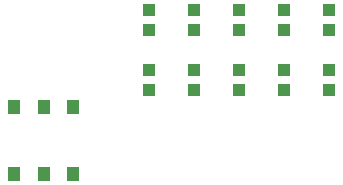
<source format=gtp>
G75*
G70*
%OFA0B0*%
%FSLAX24Y24*%
%IPPOS*%
%LPD*%
%AMOC8*
5,1,8,0,0,1.08239X$1,22.5*
%
%ADD10R,0.0394X0.0433*%
%ADD11R,0.0394X0.0453*%
D10*
X015205Y004220D03*
X015205Y004889D03*
X015205Y006220D03*
X015205Y006889D03*
X016705Y006889D03*
X016705Y006220D03*
X018205Y006220D03*
X018205Y006889D03*
X019705Y006889D03*
X019705Y006220D03*
X021205Y006220D03*
X021205Y006889D03*
X021205Y004889D03*
X021205Y004220D03*
X019705Y004220D03*
X019705Y004889D03*
X018205Y004889D03*
X018205Y004220D03*
X016705Y004220D03*
X016705Y004889D03*
D11*
X010720Y001442D03*
X011705Y001442D03*
X012689Y001442D03*
X012689Y003667D03*
X011705Y003667D03*
X010720Y003667D03*
M02*

</source>
